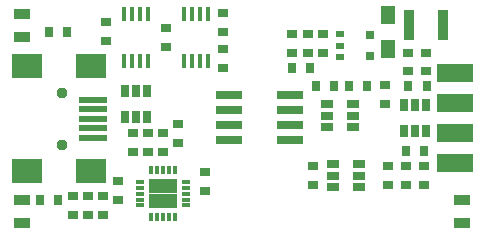
<source format=gbr>
G04 #@! TF.FileFunction,Soldermask,Top*
%FSLAX46Y46*%
G04 Gerber Fmt 4.6, Leading zero omitted, Abs format (unit mm)*
G04 Created by KiCad (PCBNEW 0.201512231246+6403~40~ubuntu14.04.1-stable) date Mo 22 Feb 2016 17:08:34 CET*
%MOMM*%
G01*
G04 APERTURE LIST*
%ADD10C,0.100000*%
%ADD11R,0.459100X1.208400*%
%ADD12R,0.639440X0.837560*%
%ADD13R,0.837560X0.639440*%
%ADD14R,0.940000X2.540000*%
%ADD15R,2.341240X0.540380*%
%ADD16R,2.539360X2.038980*%
%ADD17C,0.939160*%
%ADD18R,3.039740X1.541140*%
%ADD19C,1.541140*%
%ADD20R,1.238880X1.538600*%
%ADD21R,0.770000X0.340000*%
%ADD22R,0.340000X0.770000*%
%ADD23R,1.290000X1.290000*%
%ADD24R,0.690000X1.100000*%
%ADD25R,1.100000X0.690000*%
%ADD26R,0.802000X0.598000*%
%ADD27R,0.802000X0.648000*%
%ADD28R,0.802000X0.640000*%
%ADD29R,1.437000X0.929000*%
%ADD30R,2.239640X0.639440*%
G04 APERTURE END LIST*
D10*
D11*
X156936440Y-76233020D03*
X156286200Y-76233020D03*
X155625800Y-76233020D03*
X154975560Y-76233020D03*
X154975560Y-80230980D03*
X155625800Y-80230980D03*
X156286200Y-80230980D03*
X156936440Y-80230980D03*
D12*
X180367940Y-87800000D03*
X178788060Y-87800000D03*
D13*
X161798000Y-91213940D03*
X161798000Y-89634060D03*
X155702000Y-87911940D03*
X155702000Y-86332060D03*
X154432000Y-90396060D03*
X154432000Y-91975940D03*
X153162000Y-91666060D03*
X153162000Y-93245940D03*
X159512000Y-87122000D03*
X159512000Y-85542120D03*
D12*
X170715940Y-80772000D03*
X169136060Y-80772000D03*
X171168060Y-82296000D03*
X172747940Y-82296000D03*
D13*
X170942000Y-89126060D03*
X170942000Y-90705940D03*
D12*
X173962060Y-82296000D03*
X175541940Y-82296000D03*
D13*
X177292000Y-89126060D03*
X177292000Y-90705940D03*
X177038000Y-83847940D03*
X177038000Y-82268060D03*
X170500000Y-77910060D03*
X170500000Y-79489940D03*
X171800000Y-77920120D03*
X171800000Y-79500000D03*
X180500000Y-81079880D03*
X180500000Y-79500000D03*
X169200000Y-77910060D03*
X169200000Y-79489940D03*
X179000000Y-81089940D03*
X179000000Y-79510060D03*
D14*
X181950000Y-77200000D03*
X179050000Y-77200000D03*
D15*
X152293320Y-83489800D03*
X152293320Y-84289900D03*
X152293320Y-85090000D03*
X152293320Y-85890100D03*
X152293320Y-86690200D03*
D16*
X152194260Y-80639920D03*
X146695160Y-80639920D03*
X152194260Y-89540080D03*
X146695160Y-89540080D03*
D17*
X149694900Y-82890360D03*
X149694900Y-87289640D03*
D18*
X183000000Y-88810000D03*
X183000000Y-81190000D03*
X183000000Y-83730000D03*
X183000000Y-86270000D03*
D19*
X183000000Y-81190000D03*
X183000000Y-83730000D03*
X183000000Y-86270000D03*
X183000000Y-88810000D03*
D13*
X156972000Y-87911940D03*
X156972000Y-86332060D03*
X158242000Y-87911940D03*
X158242000Y-86332060D03*
D12*
X148562060Y-77724000D03*
X150141940Y-77724000D03*
X147810060Y-91948000D03*
X149389940Y-91948000D03*
D13*
X150622000Y-91666060D03*
X150622000Y-93245940D03*
X151892000Y-91666060D03*
X151892000Y-93245940D03*
X163322000Y-76172060D03*
X163322000Y-77751940D03*
X153416000Y-78513940D03*
X153416000Y-76934060D03*
X180340000Y-90705940D03*
X180340000Y-89126060D03*
X178816000Y-89126060D03*
X178816000Y-90705940D03*
D11*
X162016440Y-76233020D03*
X161366200Y-76233020D03*
X160705800Y-76233020D03*
X160055560Y-76233020D03*
X160055560Y-80230980D03*
X160705800Y-80230980D03*
X161366200Y-80230980D03*
X162016440Y-80230980D03*
D20*
X177292000Y-76276200D03*
X177292000Y-79171800D03*
D21*
X160207000Y-92440000D03*
X160207000Y-91940000D03*
X160207000Y-91440000D03*
X160207000Y-90940000D03*
X160207000Y-90440000D03*
D22*
X159242000Y-89475000D03*
X158742000Y-89475000D03*
X158242000Y-89475000D03*
X157742000Y-89475000D03*
X157242000Y-89475000D03*
D21*
X156277000Y-90440000D03*
X156277000Y-90940000D03*
X156277000Y-91440000D03*
X156277000Y-91940000D03*
X156277000Y-92440000D03*
D22*
X157242000Y-93405000D03*
X157742000Y-93405000D03*
X158242000Y-93405000D03*
X158742000Y-93405000D03*
X159242000Y-93405000D03*
D23*
X157617000Y-90815000D03*
X157617000Y-92065000D03*
X158867000Y-90815000D03*
X158867000Y-92065000D03*
D24*
X156906000Y-82720000D03*
X155956000Y-82720000D03*
X155006000Y-82720000D03*
X155006000Y-84920000D03*
X156906000Y-84920000D03*
X155956000Y-84920000D03*
D25*
X172636000Y-88966000D03*
X172636000Y-89916000D03*
X172636000Y-90866000D03*
X174836000Y-90866000D03*
X174836000Y-88966000D03*
X174836000Y-89916000D03*
D24*
X178650000Y-86100000D03*
X179600000Y-86100000D03*
X180550000Y-86100000D03*
X180550000Y-83900000D03*
X178650000Y-83900000D03*
X179600000Y-83900000D03*
D26*
X173200000Y-77945000D03*
X173200000Y-79850000D03*
D27*
X175740000Y-77995000D03*
D26*
X173200000Y-78897500D03*
D28*
X175740000Y-79800000D03*
D25*
X172128000Y-83886000D03*
X172128000Y-84836000D03*
X172128000Y-85786000D03*
X174328000Y-85786000D03*
X174328000Y-83886000D03*
X174328000Y-84836000D03*
D13*
X163322000Y-79220060D03*
X163322000Y-80799940D03*
X158496000Y-77442060D03*
X158496000Y-79021940D03*
D29*
X146300000Y-78152500D03*
X146300000Y-76247500D03*
X146304000Y-93916500D03*
X146304000Y-92011500D03*
X183600000Y-93900000D03*
X183600000Y-91995000D03*
D12*
X180589940Y-82300000D03*
X179010060Y-82300000D03*
D30*
X163801580Y-83095000D03*
X163801580Y-84365000D03*
X163801580Y-85635000D03*
X163801580Y-86905000D03*
X168998420Y-86905000D03*
X168998420Y-85635000D03*
X168998420Y-84365000D03*
X168998420Y-83095000D03*
M02*

</source>
